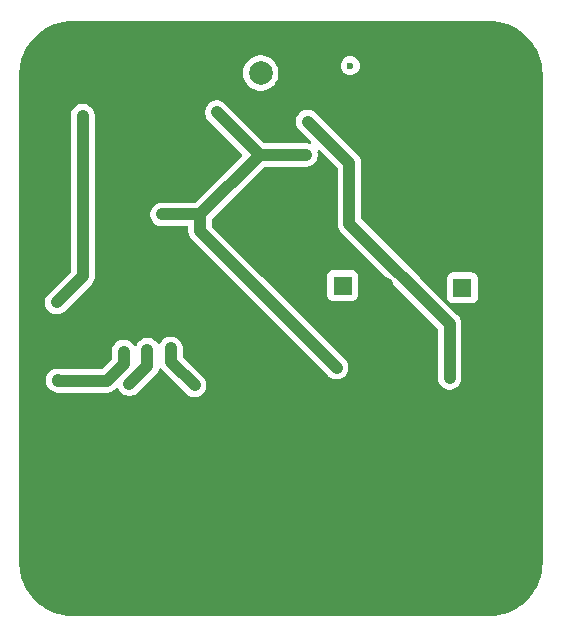
<source format=gbr>
%TF.GenerationSoftware,KiCad,Pcbnew,8.0.5*%
%TF.CreationDate,2025-06-15T17:11:27+02:00*%
%TF.ProjectId,leds,6c656473-2e6b-4696-9361-645f70636258,rev?*%
%TF.SameCoordinates,Original*%
%TF.FileFunction,Copper,L2,Bot*%
%TF.FilePolarity,Positive*%
%FSLAX46Y46*%
G04 Gerber Fmt 4.6, Leading zero omitted, Abs format (unit mm)*
G04 Created by KiCad (PCBNEW 8.0.5) date 2025-06-15 17:11:27*
%MOMM*%
%LPD*%
G01*
G04 APERTURE LIST*
%TA.AperFunction,ComponentPad*%
%ADD10R,1.600000X1.600000*%
%TD*%
%TA.AperFunction,ComponentPad*%
%ADD11C,1.600000*%
%TD*%
%TA.AperFunction,ComponentPad*%
%ADD12C,2.000000*%
%TD*%
%TA.AperFunction,ViaPad*%
%ADD13C,0.600000*%
%TD*%
%TA.AperFunction,Conductor*%
%ADD14C,1.000000*%
%TD*%
G04 APERTURE END LIST*
D10*
%TO.P,C2,1*%
%TO.N,Net-(U1-EN)*%
X61820000Y-39080000D03*
D11*
%TO.P,C2,2*%
%TO.N,GND*%
X65320000Y-39080000D03*
%TD*%
D10*
%TO.P,C1,1*%
%TO.N,Net-(P1-+)*%
X51697349Y-38890000D03*
D11*
%TO.P,C1,2*%
%TO.N,GND*%
X55197349Y-38890000D03*
%TD*%
D12*
%TO.P,P1,1,-*%
%TO.N,GND*%
X39750000Y-20890000D03*
%TO.P,P1,2,+*%
%TO.N,Net-(P1-+)*%
X44750000Y-20890000D03*
%TD*%
D13*
%TO.N,Net-(P1-+)*%
X52330000Y-20270000D03*
%TO.N,Net-(U1-EN)*%
X48590000Y-27830000D03*
X36400000Y-32860000D03*
X41040000Y-24220000D03*
X48590000Y-27830000D03*
X51180000Y-45840000D03*
%TO.N,Net-(JP1-B)*%
X29690000Y-24520000D03*
X27490000Y-40320000D03*
%TO.N,Net-(U3-OUTPUT)*%
X60750000Y-46700000D03*
X48740000Y-25000000D03*
%TO.N,Net-(Q1-G)*%
X37150000Y-44210000D03*
X39150000Y-47330000D03*
%TO.N,Net-(Q2-G)*%
X35160000Y-44330000D03*
X33640000Y-47230000D03*
%TO.N,Net-(Q3-G)*%
X33160000Y-44480000D03*
X27560000Y-46920000D03*
%TD*%
D14*
%TO.N,Net-(U1-EN)*%
X51180000Y-45840000D02*
X39620000Y-34280000D01*
X36400000Y-32860000D02*
X39620000Y-32860000D01*
X41040000Y-24220000D02*
X44650000Y-27830000D01*
X39620000Y-32860000D02*
X44650000Y-27830000D01*
X44650000Y-27830000D02*
X48590000Y-27830000D01*
X39620000Y-34280000D02*
X39620000Y-32860000D01*
%TO.N,Net-(JP1-B)*%
X29690000Y-24520000D02*
X29690000Y-38120000D01*
X29690000Y-38120000D02*
X27490000Y-40320000D01*
%TO.N,Net-(U3-OUTPUT)*%
X52260000Y-28520000D02*
X48740000Y-25000000D01*
X52260000Y-33650000D02*
X52260000Y-28520000D01*
X60750000Y-42140000D02*
X52260000Y-33650000D01*
X60750000Y-46700000D02*
X60750000Y-42140000D01*
%TO.N,Net-(Q1-G)*%
X37150000Y-44210000D02*
X37150000Y-45330000D01*
X37150000Y-45330000D02*
X39150000Y-47330000D01*
%TO.N,Net-(Q2-G)*%
X35160000Y-45710000D02*
X33640000Y-47230000D01*
X35160000Y-44330000D02*
X35160000Y-45710000D01*
%TO.N,Net-(Q3-G)*%
X33160000Y-45510000D02*
X31710000Y-46960000D01*
X31710000Y-46960000D02*
X27600000Y-46960000D01*
X27600000Y-46960000D02*
X27560000Y-46920000D01*
X33160000Y-44480000D02*
X33160000Y-45510000D01*
%TD*%
%TA.AperFunction,Conductor*%
%TO.N,GND*%
G36*
X64122702Y-16510617D02*
G01*
X64506771Y-16527386D01*
X64517506Y-16528326D01*
X64895971Y-16578152D01*
X64906597Y-16580025D01*
X65279284Y-16662648D01*
X65289710Y-16665442D01*
X65653765Y-16780227D01*
X65663911Y-16783920D01*
X66016578Y-16930000D01*
X66026369Y-16934566D01*
X66364942Y-17110816D01*
X66374310Y-17116224D01*
X66696244Y-17321318D01*
X66705105Y-17327523D01*
X67007930Y-17559889D01*
X67016217Y-17566843D01*
X67297635Y-17824715D01*
X67305284Y-17832364D01*
X67563156Y-18113782D01*
X67570110Y-18122069D01*
X67802476Y-18424894D01*
X67808681Y-18433755D01*
X68013775Y-18755689D01*
X68019183Y-18765057D01*
X68195430Y-19103623D01*
X68200002Y-19113427D01*
X68346075Y-19466078D01*
X68349775Y-19476244D01*
X68464554Y-19840278D01*
X68467354Y-19850727D01*
X68549971Y-20223389D01*
X68551849Y-20234042D01*
X68601671Y-20612473D01*
X68602614Y-20623249D01*
X68618879Y-20995788D01*
X68619382Y-21007297D01*
X68619500Y-21012706D01*
X68619500Y-62357293D01*
X68619382Y-62362702D01*
X68602614Y-62746750D01*
X68601671Y-62757526D01*
X68551849Y-63135957D01*
X68549971Y-63146610D01*
X68467354Y-63519272D01*
X68464554Y-63529721D01*
X68349775Y-63893755D01*
X68346075Y-63903921D01*
X68200002Y-64256572D01*
X68195430Y-64266376D01*
X68019183Y-64604942D01*
X68013775Y-64614310D01*
X67808681Y-64936244D01*
X67802476Y-64945105D01*
X67570110Y-65247930D01*
X67563156Y-65256217D01*
X67305284Y-65537635D01*
X67297635Y-65545284D01*
X67016217Y-65803156D01*
X67007930Y-65810110D01*
X66705105Y-66042476D01*
X66696244Y-66048681D01*
X66374310Y-66253775D01*
X66364942Y-66259183D01*
X66026376Y-66435430D01*
X66016572Y-66440002D01*
X65663921Y-66586075D01*
X65653755Y-66589775D01*
X65289721Y-66704554D01*
X65279272Y-66707354D01*
X64906610Y-66789971D01*
X64895957Y-66791849D01*
X64517526Y-66841671D01*
X64506750Y-66842614D01*
X64122703Y-66859382D01*
X64117294Y-66859500D01*
X28812706Y-66859500D01*
X28807297Y-66859382D01*
X28423249Y-66842614D01*
X28412473Y-66841671D01*
X28034042Y-66791849D01*
X28023389Y-66789971D01*
X27650727Y-66707354D01*
X27640278Y-66704554D01*
X27276244Y-66589775D01*
X27266078Y-66586075D01*
X26913427Y-66440002D01*
X26903623Y-66435430D01*
X26565057Y-66259183D01*
X26555689Y-66253775D01*
X26233755Y-66048681D01*
X26224894Y-66042476D01*
X25922069Y-65810110D01*
X25913782Y-65803156D01*
X25632364Y-65545284D01*
X25624715Y-65537635D01*
X25366843Y-65256217D01*
X25359889Y-65247930D01*
X25127523Y-64945105D01*
X25121318Y-64936244D01*
X24916224Y-64614310D01*
X24910816Y-64604942D01*
X24734569Y-64266376D01*
X24729997Y-64256572D01*
X24583924Y-63903921D01*
X24580224Y-63893755D01*
X24465442Y-63529710D01*
X24462648Y-63519284D01*
X24380025Y-63146597D01*
X24378152Y-63135971D01*
X24328326Y-62757506D01*
X24327386Y-62746771D01*
X24310618Y-62362702D01*
X24310500Y-62357293D01*
X24310500Y-46821455D01*
X26559500Y-46821455D01*
X26559500Y-47018544D01*
X26597947Y-47211828D01*
X26597949Y-47211836D01*
X26673367Y-47393910D01*
X26673372Y-47393920D01*
X26782860Y-47557780D01*
X26782863Y-47557784D01*
X26818520Y-47593440D01*
X26818530Y-47593451D01*
X26822860Y-47597781D01*
X26822861Y-47597782D01*
X26887130Y-47662051D01*
X26925579Y-47700500D01*
X26962220Y-47737141D01*
X27126079Y-47846628D01*
X27126085Y-47846631D01*
X27126086Y-47846632D01*
X27308165Y-47922052D01*
X27501455Y-47960500D01*
X27501458Y-47960501D01*
X27501460Y-47960501D01*
X27704655Y-47960501D01*
X27704675Y-47960500D01*
X31808542Y-47960500D01*
X31827870Y-47956655D01*
X31905188Y-47941275D01*
X32001836Y-47922051D01*
X32055165Y-47899961D01*
X32183914Y-47846632D01*
X32347782Y-47737139D01*
X32487139Y-47597782D01*
X32487139Y-47597780D01*
X32497347Y-47587573D01*
X32497349Y-47587570D01*
X32513083Y-47571835D01*
X32574404Y-47538352D01*
X32644096Y-47543336D01*
X32700029Y-47585208D01*
X32715323Y-47612065D01*
X32753367Y-47703910D01*
X32753372Y-47703920D01*
X32862860Y-47867780D01*
X32862863Y-47867784D01*
X33002215Y-48007136D01*
X33002219Y-48007139D01*
X33166079Y-48116627D01*
X33166083Y-48116629D01*
X33166086Y-48116631D01*
X33348164Y-48192051D01*
X33541455Y-48230499D01*
X33541458Y-48230500D01*
X33541460Y-48230500D01*
X33738542Y-48230500D01*
X33738543Y-48230499D01*
X33931836Y-48192051D01*
X34113914Y-48116631D01*
X34277781Y-48007139D01*
X35937140Y-46347781D01*
X36046632Y-46183914D01*
X36122052Y-46001835D01*
X36126405Y-45979951D01*
X36158788Y-45918041D01*
X36219503Y-45883466D01*
X36289273Y-45887205D01*
X36345946Y-45928070D01*
X36351124Y-45935251D01*
X36372860Y-45967781D01*
X36372863Y-45967785D01*
X36516537Y-46111459D01*
X36516559Y-46111479D01*
X38512215Y-48107136D01*
X38512219Y-48107139D01*
X38676079Y-48216627D01*
X38676083Y-48216629D01*
X38676086Y-48216631D01*
X38858164Y-48292051D01*
X39051455Y-48330499D01*
X39051458Y-48330500D01*
X39051460Y-48330500D01*
X39248542Y-48330500D01*
X39248543Y-48330499D01*
X39441836Y-48292051D01*
X39623914Y-48216631D01*
X39787781Y-48107139D01*
X39927139Y-47967781D01*
X40036631Y-47803914D01*
X40112051Y-47621836D01*
X40150500Y-47428540D01*
X40150500Y-47231460D01*
X40150500Y-47231457D01*
X40150499Y-47231455D01*
X40112051Y-47038164D01*
X40036631Y-46856086D01*
X40036629Y-46856083D01*
X40036627Y-46856079D01*
X39927139Y-46692219D01*
X39927136Y-46692215D01*
X38186819Y-44951898D01*
X38153334Y-44890575D01*
X38150500Y-44864217D01*
X38150500Y-44111456D01*
X38112052Y-43918170D01*
X38112051Y-43918169D01*
X38112051Y-43918165D01*
X38093153Y-43872541D01*
X38036635Y-43736092D01*
X38036628Y-43736079D01*
X37927139Y-43572218D01*
X37927136Y-43572214D01*
X37787785Y-43432863D01*
X37787781Y-43432860D01*
X37623920Y-43323371D01*
X37623907Y-43323364D01*
X37441839Y-43247950D01*
X37441829Y-43247947D01*
X37248543Y-43209500D01*
X37248541Y-43209500D01*
X37051459Y-43209500D01*
X37051457Y-43209500D01*
X36858170Y-43247947D01*
X36858160Y-43247950D01*
X36676092Y-43323364D01*
X36676079Y-43323371D01*
X36512218Y-43432860D01*
X36512214Y-43432863D01*
X36372863Y-43572214D01*
X36372860Y-43572218D01*
X36263371Y-43736079D01*
X36263366Y-43736089D01*
X36238520Y-43796073D01*
X36194679Y-43850477D01*
X36128384Y-43872541D01*
X36060685Y-43855261D01*
X36020857Y-43817510D01*
X35937142Y-43692222D01*
X35937136Y-43692214D01*
X35797785Y-43552863D01*
X35797781Y-43552860D01*
X35633920Y-43443371D01*
X35633907Y-43443364D01*
X35451839Y-43367950D01*
X35451829Y-43367947D01*
X35258543Y-43329500D01*
X35258541Y-43329500D01*
X35061459Y-43329500D01*
X35061457Y-43329500D01*
X34868170Y-43367947D01*
X34868160Y-43367950D01*
X34686092Y-43443364D01*
X34686079Y-43443371D01*
X34522218Y-43552860D01*
X34522214Y-43552863D01*
X34382863Y-43692214D01*
X34382860Y-43692218D01*
X34273371Y-43856079D01*
X34273366Y-43856089D01*
X34237022Y-43943831D01*
X34193180Y-43998235D01*
X34126886Y-44020299D01*
X34059187Y-44003019D01*
X34019359Y-43965269D01*
X33937139Y-43842217D01*
X33797785Y-43702863D01*
X33797781Y-43702860D01*
X33633920Y-43593371D01*
X33633907Y-43593364D01*
X33451839Y-43517950D01*
X33451829Y-43517947D01*
X33258543Y-43479500D01*
X33258541Y-43479500D01*
X33061459Y-43479500D01*
X33061457Y-43479500D01*
X32868170Y-43517947D01*
X32868160Y-43517950D01*
X32686092Y-43593364D01*
X32686079Y-43593371D01*
X32522218Y-43702860D01*
X32522214Y-43702863D01*
X32382863Y-43842214D01*
X32382860Y-43842218D01*
X32273371Y-44006079D01*
X32273364Y-44006092D01*
X32197950Y-44188160D01*
X32197947Y-44188170D01*
X32159500Y-44381456D01*
X32159500Y-45044217D01*
X32139815Y-45111256D01*
X32123181Y-45131898D01*
X31331899Y-45923181D01*
X31270576Y-45956666D01*
X31244218Y-45959500D01*
X27871848Y-45959500D01*
X27847657Y-45957117D01*
X27658544Y-45919500D01*
X27658540Y-45919500D01*
X27461460Y-45919500D01*
X27461457Y-45919500D01*
X27268171Y-45957947D01*
X27268163Y-45957949D01*
X27086089Y-46033367D01*
X27086079Y-46033372D01*
X26922219Y-46142860D01*
X26922215Y-46142863D01*
X26782863Y-46282215D01*
X26782860Y-46282219D01*
X26673372Y-46446079D01*
X26673367Y-46446089D01*
X26597949Y-46628163D01*
X26597947Y-46628171D01*
X26559500Y-46821455D01*
X24310500Y-46821455D01*
X24310500Y-40221455D01*
X26489500Y-40221455D01*
X26489500Y-40418544D01*
X26527947Y-40611828D01*
X26527949Y-40611836D01*
X26603367Y-40793910D01*
X26603372Y-40793920D01*
X26712860Y-40957780D01*
X26712863Y-40957784D01*
X26852215Y-41097136D01*
X26852219Y-41097139D01*
X27016079Y-41206627D01*
X27016083Y-41206629D01*
X27016086Y-41206631D01*
X27198164Y-41282051D01*
X27391455Y-41320499D01*
X27391458Y-41320500D01*
X27391460Y-41320500D01*
X27588542Y-41320500D01*
X27588543Y-41320499D01*
X27781836Y-41282051D01*
X27963914Y-41206631D01*
X28127781Y-41097139D01*
X30327778Y-38897141D01*
X30327782Y-38897139D01*
X30467139Y-38757782D01*
X30576632Y-38593914D01*
X30652051Y-38411835D01*
X30687796Y-38232135D01*
X30690500Y-38218543D01*
X30690500Y-32958543D01*
X35399499Y-32958543D01*
X35437947Y-33151829D01*
X35437950Y-33151839D01*
X35513364Y-33333907D01*
X35513371Y-33333920D01*
X35622860Y-33497781D01*
X35622863Y-33497785D01*
X35762214Y-33637136D01*
X35762218Y-33637139D01*
X35926079Y-33746628D01*
X35926092Y-33746635D01*
X36089252Y-33814217D01*
X36108165Y-33822051D01*
X36108169Y-33822051D01*
X36108170Y-33822052D01*
X36301456Y-33860500D01*
X36301459Y-33860500D01*
X38495500Y-33860500D01*
X38562539Y-33880185D01*
X38608294Y-33932989D01*
X38619500Y-33984500D01*
X38619500Y-34378544D01*
X38650946Y-34536632D01*
X38657947Y-34571829D01*
X38657949Y-34571837D01*
X38733364Y-34753907D01*
X38733371Y-34753920D01*
X38842860Y-34917781D01*
X38842863Y-34917785D01*
X38986537Y-35061459D01*
X38986559Y-35061479D01*
X50542215Y-46617136D01*
X50542219Y-46617139D01*
X50706079Y-46726627D01*
X50706083Y-46726629D01*
X50706086Y-46726631D01*
X50888164Y-46802051D01*
X51081455Y-46840499D01*
X51081458Y-46840500D01*
X51081460Y-46840500D01*
X51278542Y-46840500D01*
X51278543Y-46840499D01*
X51471836Y-46802051D01*
X51653914Y-46726631D01*
X51817781Y-46617139D01*
X51957139Y-46477781D01*
X52066631Y-46313914D01*
X52142051Y-46131836D01*
X52180500Y-45938540D01*
X52180500Y-45741460D01*
X52180500Y-45741457D01*
X52180499Y-45741455D01*
X52154640Y-45611453D01*
X52142051Y-45548164D01*
X52066631Y-45366086D01*
X52066629Y-45366083D01*
X52066627Y-45366079D01*
X51957139Y-45202219D01*
X51957136Y-45202215D01*
X44797056Y-38042135D01*
X50396849Y-38042135D01*
X50396849Y-39737870D01*
X50396850Y-39737876D01*
X50403257Y-39797483D01*
X50453551Y-39932328D01*
X50453555Y-39932335D01*
X50539801Y-40047544D01*
X50539804Y-40047547D01*
X50655013Y-40133793D01*
X50655020Y-40133797D01*
X50789866Y-40184091D01*
X50789865Y-40184091D01*
X50796793Y-40184835D01*
X50849476Y-40190500D01*
X52545221Y-40190499D01*
X52604832Y-40184091D01*
X52739680Y-40133796D01*
X52854895Y-40047546D01*
X52941145Y-39932331D01*
X52991440Y-39797483D01*
X52997849Y-39737873D01*
X52997848Y-38042128D01*
X52991440Y-37982517D01*
X52969038Y-37922455D01*
X52941146Y-37847671D01*
X52941142Y-37847664D01*
X52854896Y-37732455D01*
X52854893Y-37732452D01*
X52739684Y-37646206D01*
X52739677Y-37646202D01*
X52604831Y-37595908D01*
X52604832Y-37595908D01*
X52545232Y-37589501D01*
X52545230Y-37589500D01*
X52545222Y-37589500D01*
X52545213Y-37589500D01*
X50849478Y-37589500D01*
X50849472Y-37589501D01*
X50789865Y-37595908D01*
X50655020Y-37646202D01*
X50655013Y-37646206D01*
X50539804Y-37732452D01*
X50539801Y-37732455D01*
X50453555Y-37847664D01*
X50453551Y-37847671D01*
X50403257Y-37982517D01*
X50397329Y-38037664D01*
X50396850Y-38042123D01*
X50396849Y-38042135D01*
X44797056Y-38042135D01*
X40656819Y-33901898D01*
X40623334Y-33840575D01*
X40620500Y-33814217D01*
X40620500Y-33325782D01*
X40640185Y-33258743D01*
X40656819Y-33238101D01*
X45028101Y-28866819D01*
X45089424Y-28833334D01*
X45115782Y-28830500D01*
X48688543Y-28830500D01*
X48818582Y-28804632D01*
X48881835Y-28792051D01*
X49063914Y-28716632D01*
X49227782Y-28607139D01*
X49367139Y-28467782D01*
X49476632Y-28303914D01*
X49552051Y-28121835D01*
X49590500Y-27928541D01*
X49590500Y-27731459D01*
X49590500Y-27731456D01*
X49554528Y-27550620D01*
X49560755Y-27481028D01*
X49603618Y-27425851D01*
X49669507Y-27402606D01*
X49737504Y-27418673D01*
X49763826Y-27438747D01*
X51223181Y-28898101D01*
X51256666Y-28959424D01*
X51259500Y-28985782D01*
X51259500Y-33748541D01*
X51259500Y-33748543D01*
X51259499Y-33748543D01*
X51297947Y-33941829D01*
X51297950Y-33941839D01*
X51373364Y-34123907D01*
X51373371Y-34123920D01*
X51482860Y-34287781D01*
X51482863Y-34287785D01*
X51626537Y-34431459D01*
X51626559Y-34431479D01*
X59713181Y-42518101D01*
X59746666Y-42579424D01*
X59749500Y-42605782D01*
X59749500Y-46798541D01*
X59749500Y-46798543D01*
X59749499Y-46798543D01*
X59787947Y-46991829D01*
X59787950Y-46991839D01*
X59863364Y-47173907D01*
X59863371Y-47173920D01*
X59972860Y-47337781D01*
X59972863Y-47337785D01*
X60112214Y-47477136D01*
X60112218Y-47477139D01*
X60276079Y-47586628D01*
X60276092Y-47586635D01*
X60458160Y-47662049D01*
X60458165Y-47662051D01*
X60458169Y-47662051D01*
X60458170Y-47662052D01*
X60651456Y-47700500D01*
X60651459Y-47700500D01*
X60848543Y-47700500D01*
X60978582Y-47674632D01*
X61041835Y-47662051D01*
X61223914Y-47586632D01*
X61387782Y-47477139D01*
X61527139Y-47337782D01*
X61636632Y-47173914D01*
X61712051Y-46991835D01*
X61739053Y-46856089D01*
X61750500Y-46798543D01*
X61750500Y-42041456D01*
X61712052Y-41848170D01*
X61712051Y-41848169D01*
X61712051Y-41848165D01*
X61712049Y-41848160D01*
X61636635Y-41666092D01*
X61636628Y-41666079D01*
X61527139Y-41502218D01*
X61527136Y-41502214D01*
X61384686Y-41359764D01*
X61384655Y-41359735D01*
X58257055Y-38232135D01*
X60519500Y-38232135D01*
X60519500Y-39927870D01*
X60519501Y-39927876D01*
X60525908Y-39987483D01*
X60576202Y-40122328D01*
X60576206Y-40122335D01*
X60662452Y-40237544D01*
X60662455Y-40237547D01*
X60777664Y-40323793D01*
X60777671Y-40323797D01*
X60912517Y-40374091D01*
X60912516Y-40374091D01*
X60919444Y-40374835D01*
X60972127Y-40380500D01*
X62667872Y-40380499D01*
X62727483Y-40374091D01*
X62862331Y-40323796D01*
X62977546Y-40237546D01*
X63063796Y-40122331D01*
X63114091Y-39987483D01*
X63120500Y-39927873D01*
X63120499Y-38232128D01*
X63114091Y-38172517D01*
X63065459Y-38042129D01*
X63063797Y-38037671D01*
X63063793Y-38037664D01*
X62977547Y-37922455D01*
X62977544Y-37922452D01*
X62862335Y-37836206D01*
X62862328Y-37836202D01*
X62727482Y-37785908D01*
X62727483Y-37785908D01*
X62667883Y-37779501D01*
X62667881Y-37779500D01*
X62667873Y-37779500D01*
X62667864Y-37779500D01*
X60972129Y-37779500D01*
X60972123Y-37779501D01*
X60912516Y-37785908D01*
X60777671Y-37836202D01*
X60777664Y-37836206D01*
X60662455Y-37922452D01*
X60662452Y-37922455D01*
X60576206Y-38037664D01*
X60576202Y-38037671D01*
X60525908Y-38172517D01*
X60520960Y-38218543D01*
X60519501Y-38232123D01*
X60519500Y-38232135D01*
X58257055Y-38232135D01*
X53296819Y-33271899D01*
X53263334Y-33210576D01*
X53260500Y-33184218D01*
X53260500Y-28421456D01*
X53222052Y-28228170D01*
X53222051Y-28228169D01*
X53222051Y-28228165D01*
X53178006Y-28121829D01*
X53146635Y-28046092D01*
X53146628Y-28046079D01*
X53037140Y-27882219D01*
X52984921Y-27830000D01*
X52897782Y-27742861D01*
X52897781Y-27742860D01*
X51811094Y-26656173D01*
X49377784Y-24222863D01*
X49377780Y-24222860D01*
X49213920Y-24113372D01*
X49213910Y-24113367D01*
X49031836Y-24037949D01*
X49031828Y-24037947D01*
X48838543Y-23999500D01*
X48838540Y-23999500D01*
X48641460Y-23999500D01*
X48641457Y-23999500D01*
X48448171Y-24037947D01*
X48448163Y-24037949D01*
X48266089Y-24113367D01*
X48266079Y-24113372D01*
X48102219Y-24222860D01*
X48102215Y-24222863D01*
X47962863Y-24362215D01*
X47962860Y-24362219D01*
X47853372Y-24526079D01*
X47853367Y-24526089D01*
X47777949Y-24708163D01*
X47777947Y-24708171D01*
X47739500Y-24901455D01*
X47739500Y-25098544D01*
X47777947Y-25291828D01*
X47777949Y-25291836D01*
X47853367Y-25473910D01*
X47853372Y-25473920D01*
X47962860Y-25637780D01*
X47962863Y-25637784D01*
X48981252Y-26656173D01*
X49014737Y-26717496D01*
X49009753Y-26787188D01*
X48967881Y-26843121D01*
X48902417Y-26867538D01*
X48869379Y-26865471D01*
X48688543Y-26829500D01*
X48688541Y-26829500D01*
X45115782Y-26829500D01*
X45048743Y-26809815D01*
X45028101Y-26793181D01*
X41677784Y-23442863D01*
X41677780Y-23442860D01*
X41513920Y-23333372D01*
X41513910Y-23333367D01*
X41331836Y-23257949D01*
X41331828Y-23257947D01*
X41138543Y-23219500D01*
X41138540Y-23219500D01*
X40941460Y-23219500D01*
X40941457Y-23219500D01*
X40748171Y-23257947D01*
X40748163Y-23257949D01*
X40566089Y-23333367D01*
X40566079Y-23333372D01*
X40402219Y-23442860D01*
X40402215Y-23442863D01*
X40262863Y-23582215D01*
X40262860Y-23582219D01*
X40153372Y-23746079D01*
X40153367Y-23746089D01*
X40077949Y-23928163D01*
X40077947Y-23928171D01*
X40039500Y-24121455D01*
X40039500Y-24318544D01*
X40077947Y-24511828D01*
X40077949Y-24511836D01*
X40153367Y-24693910D01*
X40153372Y-24693920D01*
X40262860Y-24857780D01*
X40262863Y-24857784D01*
X43147398Y-27742319D01*
X43180883Y-27803642D01*
X43175899Y-27873334D01*
X43147398Y-27917681D01*
X39241899Y-31823181D01*
X39180576Y-31856666D01*
X39154218Y-31859500D01*
X36301457Y-31859500D01*
X36108170Y-31897947D01*
X36108160Y-31897950D01*
X35926092Y-31973364D01*
X35926079Y-31973371D01*
X35762218Y-32082860D01*
X35762214Y-32082863D01*
X35622863Y-32222214D01*
X35622860Y-32222218D01*
X35513371Y-32386079D01*
X35513364Y-32386092D01*
X35437950Y-32568160D01*
X35437947Y-32568170D01*
X35399500Y-32761456D01*
X35399500Y-32761459D01*
X35399500Y-32958541D01*
X35399500Y-32958543D01*
X35399499Y-32958543D01*
X30690500Y-32958543D01*
X30690500Y-24421456D01*
X30652052Y-24228170D01*
X30652051Y-24228169D01*
X30652051Y-24228165D01*
X30604503Y-24113372D01*
X30576635Y-24046092D01*
X30576628Y-24046079D01*
X30467139Y-23882218D01*
X30467136Y-23882214D01*
X30327785Y-23742863D01*
X30327781Y-23742860D01*
X30163920Y-23633371D01*
X30163907Y-23633364D01*
X29981839Y-23557950D01*
X29981829Y-23557947D01*
X29788543Y-23519500D01*
X29788541Y-23519500D01*
X29591459Y-23519500D01*
X29591457Y-23519500D01*
X29398170Y-23557947D01*
X29398160Y-23557950D01*
X29216092Y-23633364D01*
X29216079Y-23633371D01*
X29052218Y-23742860D01*
X29052214Y-23742863D01*
X28912863Y-23882214D01*
X28912860Y-23882218D01*
X28803371Y-24046079D01*
X28803364Y-24046092D01*
X28727950Y-24228160D01*
X28727947Y-24228170D01*
X28689500Y-24421456D01*
X28689500Y-37654217D01*
X28669815Y-37721256D01*
X28653181Y-37741898D01*
X26712863Y-39682215D01*
X26712860Y-39682219D01*
X26603372Y-39846079D01*
X26603367Y-39846089D01*
X26527949Y-40028163D01*
X26527947Y-40028171D01*
X26489500Y-40221455D01*
X24310500Y-40221455D01*
X24310500Y-21012706D01*
X24310618Y-21007297D01*
X24311120Y-20995789D01*
X24315739Y-20889994D01*
X43244357Y-20889994D01*
X43244357Y-20890005D01*
X43264890Y-21137812D01*
X43264892Y-21137824D01*
X43325936Y-21378881D01*
X43425826Y-21606606D01*
X43561833Y-21814782D01*
X43561836Y-21814785D01*
X43730256Y-21997738D01*
X43926491Y-22150474D01*
X44145190Y-22268828D01*
X44380386Y-22349571D01*
X44625665Y-22390500D01*
X44874335Y-22390500D01*
X45119614Y-22349571D01*
X45354810Y-22268828D01*
X45573509Y-22150474D01*
X45769744Y-21997738D01*
X45938164Y-21814785D01*
X46074173Y-21606607D01*
X46174063Y-21378881D01*
X46235108Y-21137821D01*
X46241940Y-21055369D01*
X46255643Y-20890005D01*
X46255643Y-20889994D01*
X46235109Y-20642187D01*
X46235107Y-20642175D01*
X46174063Y-20401118D01*
X46116547Y-20269996D01*
X51524435Y-20269996D01*
X51524435Y-20270003D01*
X51544630Y-20449249D01*
X51544631Y-20449254D01*
X51604211Y-20619523D01*
X51618447Y-20642179D01*
X51700184Y-20772262D01*
X51827738Y-20899816D01*
X51980478Y-20995789D01*
X52150745Y-21055368D01*
X52150750Y-21055369D01*
X52329996Y-21075565D01*
X52330000Y-21075565D01*
X52330004Y-21075565D01*
X52509249Y-21055369D01*
X52509252Y-21055368D01*
X52509255Y-21055368D01*
X52679522Y-20995789D01*
X52832262Y-20899816D01*
X52959816Y-20772262D01*
X53055789Y-20619522D01*
X53115368Y-20449255D01*
X53135565Y-20270000D01*
X53130908Y-20228670D01*
X53115369Y-20090750D01*
X53115368Y-20090745D01*
X53055788Y-19920476D01*
X52959815Y-19767737D01*
X52832262Y-19640184D01*
X52679523Y-19544211D01*
X52509254Y-19484631D01*
X52509249Y-19484630D01*
X52330004Y-19464435D01*
X52329996Y-19464435D01*
X52150750Y-19484630D01*
X52150745Y-19484631D01*
X51980476Y-19544211D01*
X51827737Y-19640184D01*
X51700184Y-19767737D01*
X51604211Y-19920476D01*
X51544631Y-20090745D01*
X51544630Y-20090750D01*
X51524435Y-20269996D01*
X46116547Y-20269996D01*
X46074173Y-20173393D01*
X45938166Y-19965217D01*
X45832770Y-19850727D01*
X45769744Y-19782262D01*
X45573509Y-19629526D01*
X45573507Y-19629525D01*
X45573506Y-19629524D01*
X45354811Y-19511172D01*
X45354802Y-19511169D01*
X45119616Y-19430429D01*
X44874335Y-19389500D01*
X44625665Y-19389500D01*
X44380383Y-19430429D01*
X44145197Y-19511169D01*
X44145188Y-19511172D01*
X43926493Y-19629524D01*
X43730257Y-19782261D01*
X43561833Y-19965217D01*
X43425826Y-20173393D01*
X43325936Y-20401118D01*
X43264892Y-20642175D01*
X43264890Y-20642187D01*
X43244357Y-20889994D01*
X24315739Y-20889994D01*
X24327386Y-20623226D01*
X24328326Y-20612495D01*
X24378152Y-20234025D01*
X24380025Y-20223405D01*
X24462649Y-19850709D01*
X24465440Y-19840295D01*
X24580230Y-19476227D01*
X24583917Y-19466095D01*
X24730003Y-19113412D01*
X24734561Y-19103638D01*
X24910822Y-18765045D01*
X24916217Y-18755700D01*
X25121325Y-18433744D01*
X25127515Y-18424905D01*
X25359896Y-18122060D01*
X25366834Y-18113791D01*
X25624726Y-17832352D01*
X25632352Y-17824726D01*
X25913791Y-17566834D01*
X25922060Y-17559896D01*
X26224905Y-17327515D01*
X26233744Y-17321325D01*
X26555700Y-17116217D01*
X26565045Y-17110822D01*
X26903638Y-16934561D01*
X26913412Y-16930003D01*
X27266095Y-16783917D01*
X27276227Y-16780230D01*
X27640295Y-16665440D01*
X27650709Y-16662649D01*
X28023405Y-16580025D01*
X28034025Y-16578152D01*
X28412495Y-16528326D01*
X28423226Y-16527386D01*
X28807297Y-16510617D01*
X28812706Y-16510500D01*
X28875892Y-16510500D01*
X64054108Y-16510500D01*
X64117294Y-16510500D01*
X64122702Y-16510617D01*
G37*
%TD.AperFunction*%
%TD*%
M02*

</source>
